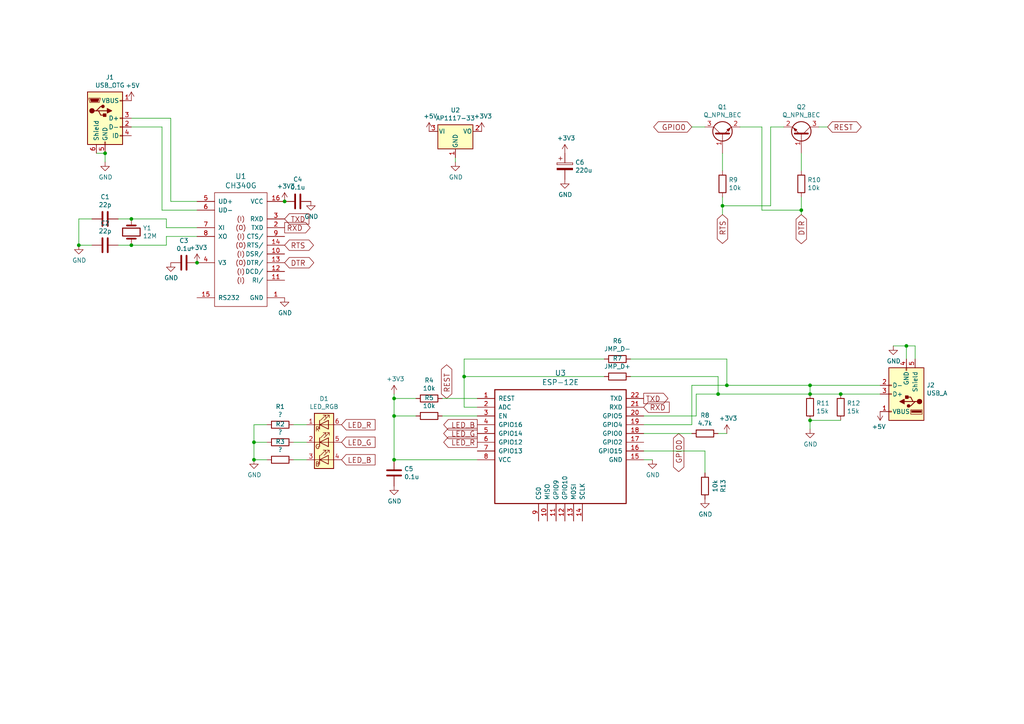
<source format=kicad_sch>
(kicad_sch (version 20230121) (generator eeschema)
  (paper "A4")
  (lib_symbols
    (symbol "gdt-rescue:+3V3" (power) (pin_names (offset 0))
      (property "Value" "+3V3" (at 0 3.556 0))
      (symbol "+3V3_0_1"
        (polyline (pts (xy -0.762 1.27) (xy 0 2.54)))
        (polyline (pts (xy 0 0) (xy 0 2.54)))
        (polyline (pts (xy 0 2.54) (xy 0.762 1.27)))
      )
      (symbol "+3V3_1_1"
        (pin power_in line (at 0 0 90) (length 0) hide (name "+3V3") (number "1"))
      )
    )
    (symbol "gdt-rescue:+5V" (power) (pin_names (offset 0))
      (property "Value" "+5V" (at 0 3.556 0))
      (symbol "+5V_0_1"
        (polyline (pts (xy -0.762 1.27) (xy 0 2.54)))
        (polyline (pts (xy 0 0) (xy 0 2.54)))
        (polyline (pts (xy 0 2.54) (xy 0.762 1.27)))
      )
      (symbol "+5V_1_1"
        (pin power_in line (at 0 0 90) (length 0) hide (name "+5V") (number "1"))
      )
    )
    (symbol "gdt-rescue:AP1117-33" (pin_names (offset 0.254))
      (property "Reference" "U" (at -3.81 3.175 0))
      (property "Value" "AP1117-33" (at 0 3.175 0))
      (symbol "AP1117-33_0_1"
        (rectangle (start -5.08 -5.08) (end 5.08 1.905) (stroke (width 0.254)) (fill (type background)))
      )
      (symbol "AP1117-33_1_1"
        (pin power_in line (at 0 -7.62 90) (length 2.54) (name "GND") (number "1"))
        (pin passive line (at 7.62 0 180) (length 2.54) (name "VO") (number "2"))
        (pin power_in line (at -7.62 0 0) (length 2.54) (name "VI") (number "3"))
      )
    )
    (symbol "gdt-rescue:C" (pin_numbers hide) (pin_names (offset 0.254))
      (property "Reference" "C" (at 0.635 2.54 0))
      (property "Value" "C" (at 0.635 -2.54 0))
      (symbol "C_0_1"
        (polyline (pts (xy -2.032 -0.762) (xy 2.032 -0.762)) (stroke (width 0.508)))
        (polyline (pts (xy -2.032 0.762) (xy 2.032 0.762)) (stroke (width 0.508)))
      )
      (symbol "C_1_1"
        (pin passive line (at 0 3.81 270) (length 2.794) (name "~") (number "1"))
        (pin passive line (at 0 -3.81 90) (length 2.794) (name "~") (number "2"))
      )
    )
    (symbol "gdt-rescue:CH340G" (pin_names (offset 1.016))
      (property "Reference" "U" (at 0 -16.51 0))
      (property "Value" "CH340G" (at 0 19.05 0))
      (symbol "CH340G_0_0"
        (rectangle (start -7.62 17.78) (end 7.62 -15.24))
        (text "(I)" (at 0 -7.62 0) (effects (font (size 1.27 1.27))))
        (text "(I)" (at 0 -5.08 0) (effects (font (size 1.27 1.27))))
        (text "(I)" (at 0 0 0) (effects (font (size 1.27 1.27))))
        (text "(I)" (at 0 5.08 0) (effects (font (size 1.27 1.27))))
        (text "(I)" (at 0 10.16 0) (effects (font (size 1.27 1.27))))
        (text "(O)" (at 0 -2.54 0) (effects (font (size 1.27 1.27))))
        (text "(O)" (at 0 2.54 0) (effects (font (size 1.27 1.27))))
        (text "(O)" (at 0 7.62 0) (effects (font (size 1.27 1.27))))
      )
      (symbol "CH340G_1_1"
        (pin power_in line (at 12.7 -12.7 180) (length 5.08) (name "GND") (number "1"))
        (pin input line (at 12.7 0 180) (length 5.08) (name "DSR/") (number "10"))
        (pin input line (at 12.7 -7.62 180) (length 5.08) (name "RI/") (number "11"))
        (pin input line (at 12.7 -5.08 180) (length 5.08) (name "DCD/") (number "12"))
        (pin output line (at 12.7 -2.54 180) (length 5.08) (name "DTR/") (number "13"))
        (pin output line (at 12.7 2.54 180) (length 5.08) (name "RTS/") (number "14"))
        (pin input line (at -12.7 -12.7 0) (length 5.08) (name "RS232") (number "15"))
        (pin power_in line (at 12.7 15.24 180) (length 5.08) (name "VCC") (number "16"))
        (pin output line (at 12.7 7.62 180) (length 5.08) (name "TXD") (number "2"))
        (pin input line (at 12.7 10.16 180) (length 5.08) (name "RXD") (number "3"))
        (pin power_out line (at -12.7 -2.54 0) (length 5.08) (name "V3") (number "4"))
        (pin bidirectional line (at -12.7 15.24 0) (length 5.08) (name "UD+") (number "5"))
        (pin bidirectional line (at -12.7 12.7 0) (length 5.08) (name "UD-") (number "6"))
        (pin input line (at -12.7 7.62 0) (length 5.08) (name "XI") (number "7"))
        (pin output line (at -12.7 5.08 0) (length 5.08) (name "XO") (number "8"))
        (pin input line (at 12.7 5.08 180) (length 5.08) (name "CTS/") (number "9"))
      )
    )
    (symbol "gdt-rescue:CP" (pin_numbers hide) (pin_names (offset 0.254))
      (property "Reference" "C" (at 0.635 2.54 0))
      (property "Value" "CP" (at 0.635 -2.54 0))
      (symbol "CP_0_1"
        (rectangle (start -2.286 0.508) (end -2.286 1.016))
        (rectangle (start -2.286 0.508) (end 2.286 0.508))
        (polyline (pts (xy -1.778 2.286) (xy -0.762 2.286)))
        (polyline (pts (xy -1.27 2.794) (xy -1.27 1.778)))
        (rectangle (start 2.286 -0.508) (end -2.286 -1.016) (fill (type outline)))
        (rectangle (start 2.286 1.016) (end -2.286 1.016))
        (rectangle (start 2.286 1.016) (end 2.286 0.508))
      )
      (symbol "CP_1_1"
        (pin passive line (at 0 3.81 270) (length 2.794) (name "~") (number "1"))
        (pin passive line (at 0 -3.81 90) (length 2.794) (name "~") (number "2"))
      )
    )
    (symbol "gdt-rescue:Crystal" (pin_numbers hide) (pin_names (offset 1.016) hide)
      (property "Reference" "Y" (at 0 3.81 0))
      (property "Value" "Crystal" (at 0 -3.81 0))
      (symbol "Crystal_0_1"
        (rectangle (start -1.143 2.54) (end 1.143 -2.54) (stroke (width 0.3048)))
        (polyline (pts (xy -2.54 0) (xy -1.905 0)))
        (polyline (pts (xy -1.905 -1.27) (xy -1.905 1.27)) (stroke (width 0.508)))
        (polyline (pts (xy 1.905 -1.27) (xy 1.905 1.27)) (stroke (width 0.508)))
        (polyline (pts (xy 2.54 0) (xy 1.905 0)))
      )
      (symbol "Crystal_1_1"
        (pin passive line (at -3.81 0 0) (length 1.27) (name "1") (number "1"))
        (pin passive line (at 3.81 0 180) (length 1.27) (name "2") (number "2"))
      )
    )
    (symbol "gdt-rescue:ESP-12E" (pin_names (offset 1.016))
      (property "Reference" "U" (at 5.08 6.35 0))
      (property "Value" "ESP-12E" (at 5.08 3.81 0))
      (symbol "ESP-12E_1_1"
        (rectangle (start 5.08 2.54) (end 43.18 -30.48) (stroke (width 0.3048)))
        (pin input line (at 0 0 0) (length 5.08) (name "REST") (number "1"))
        (pin bidirectional line (at 20.32 -35.56 90) (length 5.08) (name "MISO") (number "10"))
        (pin bidirectional line (at 22.86 -35.56 90) (length 5.08) (name "GPIO9") (number "11"))
        (pin bidirectional line (at 25.4 -35.56 90) (length 5.08) (name "GPIO10") (number "12"))
        (pin bidirectional line (at 27.94 -35.56 90) (length 5.08) (name "MOSI") (number "13"))
        (pin bidirectional line (at 30.48 -35.56 90) (length 5.08) (name "SCLK") (number "14"))
        (pin power_in line (at 48.26 -17.78 180) (length 5.08) (name "GND") (number "15"))
        (pin bidirectional line (at 48.26 -15.24 180) (length 5.08) (name "GPIO15") (number "16"))
        (pin bidirectional line (at 48.26 -12.7 180) (length 5.08) (name "GPIO2") (number "17"))
        (pin bidirectional line (at 48.26 -10.16 180) (length 5.08) (name "GPIO0") (number "18"))
        (pin bidirectional line (at 48.26 -7.62 180) (length 5.08) (name "GPIO4") (number "19"))
        (pin passive line (at 0 -2.54 0) (length 5.08) (name "ADC") (number "2"))
        (pin bidirectional line (at 48.26 -5.08 180) (length 5.08) (name "GPIO5") (number "20"))
        (pin input line (at 48.26 -2.54 180) (length 5.08) (name "RXD") (number "21"))
        (pin output line (at 48.26 0 180) (length 5.08) (name "TXD") (number "22"))
        (pin input line (at 0 -5.08 0) (length 5.08) (name "EN") (number "3"))
        (pin bidirectional line (at 0 -7.62 0) (length 5.08) (name "GPIO16") (number "4"))
        (pin bidirectional line (at 0 -10.16 0) (length 5.08) (name "GPIO14") (number "5"))
        (pin bidirectional line (at 0 -12.7 0) (length 5.08) (name "GPIO12") (number "6"))
        (pin bidirectional line (at 0 -15.24 0) (length 5.08) (name "GPIO13") (number "7"))
        (pin power_in line (at 0 -17.78 0) (length 5.08) (name "VCC") (number "8"))
        (pin bidirectional line (at 17.78 -35.56 90) (length 5.08) (name "CS0") (number "9"))
      )
    )
    (symbol "gdt-rescue:GND" (power) (pin_names (offset 0))
      (property "Value" "GND" (at 0 -3.81 0))
      (symbol "GND_0_1"
        (polyline (pts (xy 0 0) (xy 0 -1.27) (xy 1.27 -1.27) (xy 0 -2.54) (xy -1.27 -1.27) (xy 0 -1.27)))
      )
      (symbol "GND_1_1"
        (pin power_in line (at 0 0 270) (length 0) hide (name "GND") (number "1"))
      )
    )
    (symbol "gdt-rescue:LED_RGB" (pin_names (offset 0) hide)
      (property "Reference" "D" (at 0 9.398 0))
      (property "Value" "LED_RGB" (at 0 -8.89 0))
      (symbol "LED_RGB_0_0"
        (text "B" (at -1.905 -6.35 0) (effects (font (size 1.27 1.27))))
        (text "G" (at -1.905 -1.27 0) (effects (font (size 1.27 1.27))))
        (text "R" (at -1.905 3.81 0) (effects (font (size 1.27 1.27))))
      )
      (symbol "LED_RGB_0_1"
        (polyline (pts (xy -1.27 -5.08) (xy -2.54 -5.08)))
        (polyline (pts (xy -1.27 -5.08) (xy 1.27 -5.08)))
        (polyline (pts (xy -1.27 -3.81) (xy -1.27 -6.35)))
        (polyline (pts (xy -1.27 -3.81) (xy -1.27 -6.35)) (stroke (width 0.2032)))
        (polyline (pts (xy -1.27 0) (xy -2.54 0)))
        (polyline (pts (xy -1.27 1.27) (xy -1.27 -1.27)) (stroke (width 0.2032)))
        (polyline (pts (xy -1.27 5.08) (xy -2.54 5.08)))
        (polyline (pts (xy -1.27 5.08) (xy 1.27 5.08)))
        (polyline (pts (xy -1.27 6.35) (xy -1.27 3.81)) (stroke (width 0.2032)))
        (polyline (pts (xy 1.27 -5.08) (xy 2.54 -5.08)))
        (polyline (pts (xy 1.27 0) (xy -1.27 0)))
        (polyline (pts (xy 1.27 0) (xy 2.54 0)))
        (polyline (pts (xy 1.27 5.08) (xy 2.54 5.08)))
        (polyline (pts (xy -1.27 1.27) (xy -1.27 -1.27) (xy -1.27 -1.27)))
        (polyline (pts (xy -1.27 6.35) (xy -1.27 3.81) (xy -1.27 3.81)))
        (polyline (pts (xy 1.27 -3.81) (xy 1.27 -6.35) (xy -1.27 -5.08) (xy 1.27 -3.81)) (stroke (width 0.2032)))
        (polyline (pts (xy 1.27 1.27) (xy 1.27 -1.27) (xy -1.27 0) (xy 1.27 1.27)) (stroke (width 0.2032)))
        (polyline (pts (xy 1.27 6.35) (xy 1.27 3.81) (xy -1.27 5.08) (xy 1.27 6.35)) (stroke (width 0.2032)))
        (polyline (pts (xy -1.016 -3.81) (xy 0.508 -2.286) (xy -0.254 -2.286) (xy 0.508 -2.286) (xy 0.508 -3.048)))
        (polyline (pts (xy -1.016 1.27) (xy 0.508 2.794) (xy -0.254 2.794) (xy 0.508 2.794) (xy 0.508 2.032)))
        (polyline (pts (xy -1.016 6.35) (xy 0.508 7.874) (xy -0.254 7.874) (xy 0.508 7.874) (xy 0.508 7.112)))
        (polyline (pts (xy 0 -3.81) (xy 1.524 -2.286) (xy 0.762 -2.286) (xy 1.524 -2.286) (xy 1.524 -3.048)))
        (polyline (pts (xy 0 1.27) (xy 1.524 2.794) (xy 0.762 2.794) (xy 1.524 2.794) (xy 1.524 2.032)))
        (polyline (pts (xy 0 6.35) (xy 1.524 7.874) (xy 0.762 7.874) (xy 1.524 7.874) (xy 1.524 7.112)))
        (rectangle (start 1.27 -1.27) (end 1.27 1.27))
        (rectangle (start 1.27 1.27) (end 1.27 1.27))
        (rectangle (start 1.27 3.81) (end 1.27 6.35))
        (rectangle (start 1.27 6.35) (end 1.27 6.35))
        (rectangle (start 2.794 8.382) (end -2.794 -7.62) (stroke (width 0.254)) (fill (type background)))
      )
      (symbol "LED_RGB_1_1"
        (pin passive line (at -5.08 5.08 0) (length 2.54) (name "RK") (number "1"))
        (pin passive line (at -5.08 0 0) (length 2.54) (name "GK") (number "2"))
        (pin passive line (at -5.08 -5.08 0) (length 2.54) (name "BK") (number "3"))
        (pin passive line (at 5.08 -5.08 180) (length 2.54) (name "BA") (number "4"))
        (pin passive line (at 5.08 0 180) (length 2.54) (name "GA") (number "5"))
        (pin passive line (at 5.08 5.08 180) (length 2.54) (name "RA") (number "6"))
      )
    )
    (symbol "gdt-rescue:Q_NPN_BEC" (pin_names (offset 0) hide)
      (property "Reference" "Q" (at 5.08 1.27 0))
      (property "Value" "Q_NPN_BEC" (at 5.08 -1.27 0))
      (symbol "Q_NPN_BEC_0_1"
        (polyline (pts (xy 0.635 0.635) (xy 2.54 2.54)))
        (polyline (pts (xy 0.635 -0.635) (xy 2.54 -2.54) (xy 2.54 -2.54)))
        (polyline (pts (xy 0.635 1.905) (xy 0.635 -1.905) (xy 0.635 -1.905)) (stroke (width 0.508)))
        (polyline (pts (xy 1.27 -1.778) (xy 1.778 -1.27) (xy 2.286 -2.286) (xy 1.27 -1.778) (xy 1.27 -1.778)) (fill (type outline)))
        (circle (center 1.27 0) (radius 2.8194) (stroke (width 0.254)))
      )
      (symbol "Q_NPN_BEC_1_1"
        (pin input line (at -5.08 0 0) (length 5.715) (name "B") (number "1"))
        (pin passive line (at 2.54 -5.08 90) (length 2.54) (name "E") (number "2"))
        (pin passive line (at 2.54 5.08 270) (length 2.54) (name "C") (number "3"))
      )
    )
    (symbol "gdt-rescue:R" (pin_numbers hide) (pin_names (offset 0))
      (property "Reference" "R" (at 2.032 0 90))
      (property "Value" "R" (at 0 0 90))
      (symbol "R_0_1"
        (rectangle (start -1.016 -2.54) (end 1.016 2.54) (stroke (width 0.254)))
      )
      (symbol "R_1_1"
        (pin passive line (at 0 3.81 270) (length 1.27) (name "~") (number "1"))
        (pin passive line (at 0 -3.81 90) (length 1.27) (name "~") (number "2"))
      )
    )
    (symbol "gdt-rescue:USB_A" (pin_names (offset 1.016))
      (property "Reference" "J" (at -5.08 11.43 0))
      (property "Value" "USB_A" (at -5.08 8.89 0))
      (symbol "USB_A_0_1"
        (rectangle (start -5.08 -7.62) (end 5.08 7.62) (stroke (width 0.254)) (fill (type background)))
        (circle (center -3.81 2.159) (radius 0.635) (stroke (width 0.254)) (fill (type outline)))
        (rectangle (start -1.524 4.826) (end -4.318 5.334) (fill (type outline)))
        (rectangle (start -1.27 4.572) (end -4.572 5.842))
        (circle (center -0.635 3.429) (radius 0.381) (stroke (width 0.254)) (fill (type outline)))
        (rectangle (start -0.127 -7.62) (end 0.127 -6.858))
        (polyline (pts (xy -3.175 2.159) (xy -2.54 2.159) (xy -1.27 3.429) (xy -0.635 3.429)) (stroke (width 0.254)))
        (polyline (pts (xy -2.54 2.159) (xy -1.905 2.159) (xy -1.27 0.889) (xy 0 0.889)) (stroke (width 0.254)))
        (polyline (pts (xy 0.635 2.794) (xy 0.635 1.524) (xy 1.905 2.159) (xy 0.635 2.794)) (stroke (width 0.254)) (fill (type outline)))
        (rectangle (start 0.254 1.27) (end -0.508 0.508) (stroke (width 0.254)) (fill (type outline)))
        (rectangle (start 5.08 -2.667) (end 4.318 -2.413))
        (rectangle (start 5.08 -0.127) (end 4.318 0.127))
        (rectangle (start 5.08 4.953) (end 4.318 5.207))
      )
      (symbol "USB_A_1_1"
        (polyline (pts (xy -1.905 2.159) (xy 0.635 2.159)) (stroke (width 0.254)))
        (pin power_in line (at 7.62 5.08 180) (length 2.54) (name "VBUS") (number "1"))
        (pin passive line (at 7.62 -2.54 180) (length 2.54) (name "D-") (number "2"))
        (pin passive line (at 7.62 0 180) (length 2.54) (name "D+") (number "3"))
        (pin power_in line (at 0 -10.16 90) (length 2.54) (name "GND") (number "4"))
        (pin passive line (at -2.54 -10.16 90) (length 2.54) (name "Shield") (number "5"))
      )
    )
    (symbol "gdt-rescue:USB_OTG" (pin_names (offset 1.016))
      (property "Reference" "J" (at -5.08 11.43 0))
      (property "Value" "USB_OTG" (at -5.08 8.89 0))
      (symbol "USB_OTG_0_1"
        (rectangle (start -5.08 -7.62) (end 5.08 7.62) (stroke (width 0.254)) (fill (type background)))
        (circle (center -3.81 2.159) (radius 0.635) (stroke (width 0.254)) (fill (type outline)))
        (circle (center -0.635 3.429) (radius 0.381) (stroke (width 0.254)) (fill (type outline)))
        (rectangle (start -0.127 -7.62) (end 0.127 -6.858))
        (polyline (pts (xy -1.905 2.159) (xy 0.635 2.159)) (stroke (width 0.254)))
        (polyline (pts (xy -3.175 2.159) (xy -2.54 2.159) (xy -1.27 3.429) (xy -0.635 3.429)) (stroke (width 0.254)))
        (polyline (pts (xy -2.54 2.159) (xy -1.905 2.159) (xy -1.27 0.889) (xy 0 0.889)) (stroke (width 0.254)))
        (polyline (pts (xy 0.635 2.794) (xy 0.635 1.524) (xy 1.905 2.159) (xy 0.635 2.794)) (stroke (width 0.254)) (fill (type outline)))
        (polyline (pts (xy -4.318 5.588) (xy -1.778 5.588) (xy -2.032 4.826) (xy -4.064 4.826) (xy -4.318 5.588)) (fill (type outline)))
        (polyline (pts (xy -4.699 5.842) (xy -4.699 5.588) (xy -4.445 4.826) (xy -4.445 4.572) (xy -1.651 4.572) (xy -1.651 4.826) (xy -1.397 5.588) (xy -1.397 5.842) (xy -4.699 5.842)))
        (rectangle (start 0.254 1.27) (end -0.508 0.508) (stroke (width 0.254)) (fill (type outline)))
        (rectangle (start 5.08 -5.207) (end 4.318 -4.953))
        (rectangle (start 5.08 -2.667) (end 4.318 -2.413))
        (rectangle (start 5.08 -0.127) (end 4.318 0.127))
        (rectangle (start 5.08 4.953) (end 4.318 5.207))
      )
      (symbol "USB_OTG_1_1"
        (pin power_in line (at 7.62 5.08 180) (length 2.54) (name "VBUS") (number "1"))
        (pin passive line (at 7.62 -2.54 180) (length 2.54) (name "D-") (number "2"))
        (pin passive line (at 7.62 0 180) (length 2.54) (name "D+") (number "3"))
        (pin passive line (at 7.62 -5.08 180) (length 2.54) (name "ID") (number "4"))
        (pin power_in line (at 0 -10.16 90) (length 2.54) (name "GND") (number "5"))
        (pin passive line (at -2.54 -10.16 90) (length 2.54) (name "Shield") (number "6"))
      )
    )
  )
  (junction (at 38.1 71.12))
  (junction (at 73.66 133.35))
  (junction (at 234.95 114.3))
  (junction (at 243.84 114.3))
  (junction (at 82.55 58.42))
  (junction (at 234.95 111.76))
  (junction (at 114.3 115.57))
  (junction (at 57.15 76.2))
  (junction (at 232.41 60.96))
  (junction (at 134.62 109.22))
  (junction (at 38.1 63.5))
  (junction (at 22.86 71.12))
  (junction (at 73.66 128.27))
  (junction (at 209.55 59.69))
  (junction (at 208.28 114.3))
  (junction (at 114.3 120.65))
  (junction (at 30.48 44.45))
  (junction (at 114.3 133.35))
  (junction (at 262.89 100.33))
  (junction (at 234.95 121.92))
  (junction (at 210.82 111.76))
  (wire (pts (xy 49.53 34.29) (xy 38.1 34.29)))
  (wire (pts (xy 237.49 36.83) (xy 240.03 36.83)))
  (wire (pts (xy 22.86 71.12) (xy 22.86 63.5)))
  (wire (pts (xy 120.65 115.57) (xy 114.3 115.57)))
  (wire (pts (xy 48.26 66.04) (xy 48.26 63.5)))
  (wire (pts (xy 38.1 71.12) (xy 48.26 71.12)))
  (wire (pts (xy 30.48 46.99) (xy 30.48 44.45)))
  (wire (pts (xy 88.9 128.27) (xy 85.09 128.27)))
  (wire (pts (xy 186.69 125.73) (xy 200.66 125.73)))
  (wire (pts (xy 223.52 36.83) (xy 223.52 59.69)))
  (wire (pts (xy 175.26 104.14) (xy 134.62 104.14)))
  (wire (pts (xy 232.41 57.15) (xy 232.41 60.96)))
  (wire (pts (xy 220.98 36.83) (xy 220.98 60.96)))
  (wire (pts (xy 182.88 104.14) (xy 210.82 104.14)))
  (wire (pts (xy 22.86 63.5) (xy 26.67 63.5)))
  (wire (pts (xy 234.95 111.76) (xy 255.27 111.76)))
  (wire (pts (xy 138.43 115.57) (xy 128.27 115.57)))
  (wire (pts (xy 223.52 59.69) (xy 209.55 59.69)))
  (wire (pts (xy 262.89 104.14) (xy 262.89 100.33)))
  (wire (pts (xy 201.93 120.65) (xy 186.69 120.65)))
  (wire (pts (xy 186.69 133.35) (xy 189.23 133.35)))
  (wire (pts (xy 73.66 133.35) (xy 77.47 133.35)))
  (wire (pts (xy 232.41 60.96) (xy 232.41 62.23)))
  (wire (pts (xy 48.26 71.12) (xy 48.26 68.58)))
  (wire (pts (xy 234.95 111.76) (xy 234.95 114.3)))
  (wire (pts (xy 227.33 36.83) (xy 223.52 36.83)))
  (wire (pts (xy 114.3 120.65) (xy 120.65 120.65)))
  (wire (pts (xy 77.47 123.19) (xy 73.66 123.19)))
  (wire (pts (xy 265.43 100.33) (xy 265.43 104.14)))
  (wire (pts (xy 209.55 59.69) (xy 209.55 62.23)))
  (wire (pts (xy 46.99 60.96) (xy 46.99 36.83)))
  (wire (pts (xy 201.93 114.3) (xy 201.93 120.65)))
  (wire (pts (xy 114.3 120.65) (xy 114.3 133.35)))
  (wire (pts (xy 57.15 60.96) (xy 46.99 60.96)))
  (wire (pts (xy 57.15 66.04) (xy 48.26 66.04)))
  (wire (pts (xy 204.47 137.16) (xy 204.47 130.81)))
  (wire (pts (xy 208.28 114.3) (xy 234.95 114.3)))
  (wire (pts (xy 234.95 124.46) (xy 234.95 121.92)))
  (wire (pts (xy 85.09 123.19) (xy 88.9 123.19)))
  (wire (pts (xy 208.28 109.22) (xy 208.28 114.3)))
  (wire (pts (xy 200.66 111.76) (xy 210.82 111.76)))
  (wire (pts (xy 22.86 71.12) (xy 26.67 71.12)))
  (wire (pts (xy 201.93 114.3) (xy 208.28 114.3)))
  (wire (pts (xy 114.3 115.57) (xy 114.3 120.65)))
  (wire (pts (xy 182.88 109.22) (xy 208.28 109.22)))
  (wire (pts (xy 46.99 36.83) (xy 38.1 36.83)))
  (wire (pts (xy 259.08 100.33) (xy 262.89 100.33)))
  (wire (pts (xy 220.98 60.96) (xy 232.41 60.96)))
  (wire (pts (xy 85.09 133.35) (xy 88.9 133.35)))
  (wire (pts (xy 214.63 36.83) (xy 220.98 36.83)))
  (wire (pts (xy 73.66 128.27) (xy 73.66 133.35)))
  (wire (pts (xy 209.55 57.15) (xy 209.55 59.69)))
  (wire (pts (xy 48.26 68.58) (xy 57.15 68.58)))
  (wire (pts (xy 114.3 133.35) (xy 138.43 133.35)))
  (wire (pts (xy 134.62 109.22) (xy 175.26 109.22)))
  (wire (pts (xy 243.84 114.3) (xy 255.27 114.3)))
  (wire (pts (xy 134.62 118.11) (xy 138.43 118.11)))
  (wire (pts (xy 30.48 44.45) (xy 27.94 44.45)))
  (wire (pts (xy 77.47 128.27) (xy 73.66 128.27)))
  (wire (pts (xy 200.66 36.83) (xy 204.47 36.83)))
  (wire (pts (xy 48.26 63.5) (xy 38.1 63.5)))
  (wire (pts (xy 208.28 125.73) (xy 210.82 125.73)))
  (wire (pts (xy 204.47 130.81) (xy 186.69 130.81)))
  (wire (pts (xy 34.29 71.12) (xy 38.1 71.12)))
  (wire (pts (xy 138.43 120.65) (xy 128.27 120.65)))
  (wire (pts (xy 262.89 100.33) (xy 265.43 100.33)))
  (wire (pts (xy 200.66 111.76) (xy 200.66 123.19)))
  (wire (pts (xy 134.62 104.14) (xy 134.62 109.22)))
  (wire (pts (xy 234.95 114.3) (xy 243.84 114.3)))
  (wire (pts (xy 210.82 111.76) (xy 234.95 111.76)))
  (wire (pts (xy 210.82 104.14) (xy 210.82 111.76)))
  (wire (pts (xy 200.66 123.19) (xy 186.69 123.19)))
  (wire (pts (xy 132.08 45.72) (xy 132.08 46.99)))
  (wire (pts (xy 49.53 58.42) (xy 49.53 34.29)))
  (wire (pts (xy 232.41 49.53) (xy 232.41 44.45)))
  (wire (pts (xy 73.66 123.19) (xy 73.66 128.27)))
  (wire (pts (xy 114.3 114.3) (xy 114.3 115.57)))
  (wire (pts (xy 209.55 44.45) (xy 209.55 49.53)))
  (wire (pts (xy 234.95 121.92) (xy 243.84 121.92)))
  (wire (pts (xy 134.62 109.22) (xy 134.62 118.11)))
  (wire (pts (xy 38.1 63.5) (xy 34.29 63.5)))
  (wire (pts (xy 57.15 58.42) (xy 49.53 58.42)))
  (global_label "REST" (shape bidirectional) (at 129.54 115.57 90) (effects (font (size 1.524 1.524))) (property "Intersheetrefs" "${INTERSHEET_REFS}" (effects hide)))
  (global_label "RTS" (shape bidirectional) (at 82.55 71.12 0) (effects (font (size 1.524 1.524))) (property "Intersheetrefs" "${INTERSHEET_REFS}" (effects hide)))
  (global_label "RXD" (shape input) (at 186.69 118.11 0) (effects (font (size 1.524 1.524))) (property "Intersheetrefs" "${INTERSHEET_REFS}" (effects hide)))
  (global_label "GPIO0" (shape bidirectional) (at 200.66 36.83 180) (effects (font (size 1.524 1.524))) (property "Intersheetrefs" "${INTERSHEET_REFS}" (effects hide)))
  (global_label "RXD" (shape output) (at 82.55 66.04 0) (effects (font (size 1.524 1.524))) (property "Intersheetrefs" "${INTERSHEET_REFS}" (effects hide)))
  (global_label "LED_B" (shape output) (at 138.43 123.19 180) (effects (font (size 1.524 1.524))) (property "Intersheetrefs" "${INTERSHEET_REFS}" (effects hide)))
  (global_label "TXD" (shape input) (at 82.55 63.5 0) (effects (font (size 1.524 1.524))) (property "Intersheetrefs" "${INTERSHEET_REFS}" (effects hide)))
  (global_label "DTR" (shape bidirectional) (at 232.41 62.23 270) (effects (font (size 1.524 1.524))) (property "Intersheetrefs" "${INTERSHEET_REFS}" (effects hide)))
  (global_label "LED_B" (shape input) (at 99.06 133.35 0) (effects (font (size 1.524 1.524))) (property "Intersheetrefs" "${INTERSHEET_REFS}" (effects hide)))
  (global_label "REST" (shape bidirectional) (at 240.03 36.83 0) (effects (font (size 1.524 1.524))) (property "Intersheetrefs" "${INTERSHEET_REFS}" (effects hide)))
  (global_label "GPIO0" (shape bidirectional) (at 196.85 125.73 270) (effects (font (size 1.524 1.524))) (property "Intersheetrefs" "${INTERSHEET_REFS}" (effects hide)))
  (global_label "RTS" (shape bidirectional) (at 209.55 62.23 270) (effects (font (size 1.524 1.524))) (property "Intersheetrefs" "${INTERSHEET_REFS}" (effects hide)))
  (global_label "LED_G" (shape output) (at 138.43 125.73 180) (effects (font (size 1.524 1.524))) (property "Intersheetrefs" "${INTERSHEET_REFS}" (effects hide)))
  (global_label "DTR" (shape bidirectional) (at 82.55 76.2 0) (effects (font (size 1.524 1.524))) (property "Intersheetrefs" "${INTERSHEET_REFS}" (effects hide)))
  (global_label "LED_R" (shape input) (at 99.06 123.19 0) (effects (font (size 1.524 1.524))) (property "Intersheetrefs" "${INTERSHEET_REFS}" (effects hide)))
  (global_label "LED_G" (shape input) (at 99.06 128.27 0) (effects (font (size 1.524 1.524))) (property "Intersheetrefs" "${INTERSHEET_REFS}" (effects hide)))
  (global_label "LED_R" (shape output) (at 138.43 128.27 180) (effects (font (size 1.524 1.524))) (property "Intersheetrefs" "${INTERSHEET_REFS}" (effects hide)))
  (global_label "TXD" (shape output) (at 186.69 115.57 0) (effects (font (size 1.524 1.524))) (property "Intersheetrefs" "${INTERSHEET_REFS}" (effects hide)))
  (symbol (lib_id "gdt-rescue:CH340G") (at 69.85 73.66 0) (unit 1)
    (property "Reference" "U1" (at 69.85 51.1302 0) (effects (font (size 1.524 1.524))))
    (property "Value" "CH340G" (at 69.85 53.8226 0) (effects (font (size 1.524 1.524))))
    (property "Footprint" "adamgreig/agg-kicad/agg.pretty:SOIC-16" (effects hide))
  )
  (symbol (lib_id "gdt-rescue:ESP-12E") (at 138.43 115.57 0) (unit 1)
    (property "Reference" "U3" (at 162.56 108.204 0) (effects (font (size 1.524 1.524))))
    (property "Value" "ESP-12E" (at 162.56 110.8964 0) (effects (font (size 1.524 1.524))))
    (property "Footprint" "fruchti/fruchtilib/mod/module.pretty:ESP12E" (effects hide))
  )
  (symbol (lib_id "gdt-rescue:AP1117-33") (at 132.08 38.1 0) (unit 1)
    (property "Reference" "U2" (at 132.08 31.9532 0))
    (property "Value" "AP1117-33" (at 132.08 34.2646 0))
    (property "Footprint" "OLIMEX/KiCAD/KiCAD_Footprints/OLIMEX_Regulators-FP.pretty:SOT223" (effects hide))
  )
  (symbol (lib_id "gdt-rescue:USB_OTG") (at 30.48 34.29 0) (unit 1)
    (property "Reference" "J1" (at 31.877 22.4282 0))
    (property "Value" "USB_OTG" (at 31.877 24.7396 0))
    (property "Footprint" "coddingtonbear/coddingtonbear.pretty:UJ2-MIBH-4-SMT" (effects hide))
  )
  (symbol (lib_id "gdt-rescue:USB_A") (at 262.89 114.3 180) (unit 1)
    (property "Reference" "J2" (at 268.732 111.7092 0) (effects (justify right)))
    (property "Value" "USB_A" (at 268.732 114.0206 0) (effects (justify right)))
    (property "Footprint" "johslarsen/Connectors.pretty:USB_A_Female" (effects hide))
  )
  (symbol (lib_id "gdt-rescue:GND") (at 189.23 133.35 0) (unit 1)
    (property "Reference" "#PWR01" (effects hide))
    (property "Value" "GND" (at 189.357 137.7442 0))
  )
  (symbol (lib_id "gdt-rescue:GND") (at 259.08 100.33 0) (unit 1)
    (property "Reference" "#PWR02" (effects hide))
    (property "Value" "GND" (at 259.207 104.7242 0))
  )
  (symbol (lib_id "gdt-rescue:+5V") (at 124.46 38.1 0) (unit 1)
    (property "Reference" "#PWR03" (effects hide))
    (property "Value" "+5V" (at 124.841 33.7058 0))
  )
  (symbol (lib_id "gdt-rescue:+5V") (at 255.27 119.38 180) (unit 1)
    (property "Reference" "#PWR04" (effects hide))
    (property "Value" "+5V" (at 254.889 123.7742 0))
  )
  (symbol (lib_id "gdt-rescue:GND") (at 30.48 46.99 0) (unit 1)
    (property "Reference" "#PWR05" (effects hide))
    (property "Value" "GND" (at 30.607 51.3842 0))
  )
  (symbol (lib_id "gdt-rescue:GND") (at 132.08 46.99 0) (unit 1)
    (property "Reference" "#PWR06" (effects hide))
    (property "Value" "GND" (at 132.207 51.3842 0))
  )
  (symbol (lib_id "gdt-rescue:+3V3") (at 139.7 38.1 0) (unit 1)
    (property "Reference" "#PWR07" (effects hide))
    (property "Value" "+3V3" (at 140.081 33.7058 0))
  )
  (symbol (lib_id "gdt-rescue:Q_NPN_BEC") (at 209.55 39.37 90) (unit 1)
    (property "Reference" "Q1" (at 209.55 31.0388 90))
    (property "Value" "Q_NPN_BEC" (at 209.55 33.3502 90))
    (property "Footprint" "KiCad/TO_SOT_Packages_SMD.pretty:SOT-23_Handsoldering" (effects hide))
  )
  (symbol (lib_id "gdt-rescue:Q_NPN_BEC") (at 232.41 39.37 270) (mirror x) (unit 1)
    (property "Reference" "Q2" (at 232.41 31.0388 90))
    (property "Value" "Q_NPN_BEC" (at 232.41 33.3502 90))
    (property "Footprint" "KiCad/TO_SOT_Packages_SMD.pretty:SOT-23_Handsoldering" (effects hide))
  )
  (symbol (lib_id "gdt-rescue:R") (at 209.55 53.34 0) (unit 1)
    (property "Reference" "R9" (at 211.328 52.1716 0) (effects (justify left)))
    (property "Value" "10k" (at 211.328 54.483 0) (effects (justify left)))
    (property "Footprint" "coddingtonbear/coddingtonbear.pretty:0805_Milling" (effects hide))
  )
  (symbol (lib_id "gdt-rescue:R") (at 232.41 53.34 0) (unit 1)
    (property "Reference" "R10" (at 234.188 52.1716 0) (effects (justify left)))
    (property "Value" "10k" (at 234.188 54.483 0) (effects (justify left)))
    (property "Footprint" "coddingtonbear/coddingtonbear.pretty:0805_Milling" (effects hide))
  )
  (symbol (lib_id "gdt-rescue:R") (at 204.47 125.73 270) (unit 1)
    (property "Reference" "R8" (at 204.47 120.4722 90))
    (property "Value" "4.7k" (at 204.47 122.7836 90))
    (property "Footprint" "coddingtonbear/coddingtonbear.pretty:0805_Milling" (effects hide))
  )
  (symbol (lib_id "gdt-rescue:+3V3") (at 210.82 125.73 0) (unit 1)
    (property "Reference" "#PWR08" (effects hide))
    (property "Value" "+3V3" (at 211.201 121.3358 0))
  )
  (symbol (lib_id "gdt-rescue:+3V3") (at 114.3 114.3 0) (unit 1)
    (property "Reference" "#PWR09" (effects hide))
    (property "Value" "+3V3" (at 114.681 109.9058 0))
  )
  (symbol (lib_id "gdt-rescue:R") (at 124.46 115.57 270) (unit 1)
    (property "Reference" "R4" (at 124.46 110.3122 90))
    (property "Value" "10k" (at 124.46 112.6236 90))
    (property "Footprint" "coddingtonbear/coddingtonbear.pretty:0805_Milling" (effects hide))
  )
  (symbol (lib_id "gdt-rescue:R") (at 124.46 120.65 270) (unit 1)
    (property "Reference" "R5" (at 124.46 115.3922 90))
    (property "Value" "10k" (at 124.46 117.7036 90))
    (property "Footprint" "coddingtonbear/coddingtonbear.pretty:0805_Milling" (effects hide))
  )
  (symbol (lib_id "gdt-rescue:C") (at 114.3 137.16 0) (unit 1)
    (property "Reference" "C5" (at 117.221 135.9916 0) (effects (justify left)))
    (property "Value" "0.1u" (at 117.221 138.303 0) (effects (justify left)))
    (property "Footprint" "coddingtonbear/coddingtonbear.pretty:0805_Milling" (effects hide))
  )
  (symbol (lib_id "gdt-rescue:GND") (at 114.3 140.97 0) (unit 1)
    (property "Reference" "#PWR010" (effects hide))
    (property "Value" "GND" (at 114.427 145.3642 0))
  )
  (symbol (lib_id "gdt-rescue:R") (at 243.84 118.11 180) (unit 1)
    (property "Reference" "R12" (at 245.618 116.9416 0) (effects (justify right)))
    (property "Value" "15k" (at 245.618 119.253 0) (effects (justify right)))
    (property "Footprint" "coddingtonbear/coddingtonbear.pretty:0805_Milling" (effects hide))
  )
  (symbol (lib_id "gdt-rescue:R") (at 234.95 118.11 180) (unit 1)
    (property "Reference" "R11" (at 236.728 116.9416 0) (effects (justify right)))
    (property "Value" "15k" (at 236.728 119.253 0) (effects (justify right)))
    (property "Footprint" "coddingtonbear/coddingtonbear.pretty:0805_Milling" (effects hide))
  )
  (symbol (lib_id "gdt-rescue:GND") (at 234.95 124.46 0) (unit 1)
    (property "Reference" "#PWR011" (effects hide))
    (property "Value" "GND" (at 235.077 128.8542 0))
  )
  (symbol (lib_id "gdt-rescue:GND") (at 82.55 86.36 0) (unit 1)
    (property "Reference" "#PWR012" (effects hide))
    (property "Value" "GND" (at 82.677 90.7542 0))
  )
  (symbol (lib_id "gdt-rescue:+3V3") (at 82.55 58.42 0) (unit 1)
    (property "Reference" "#PWR013" (effects hide))
    (property "Value" "+3V3" (at 82.931 54.0258 0))
  )
  (symbol (lib_id "gdt-rescue:+3V3") (at 57.15 76.2 0) (unit 1)
    (property "Reference" "#PWR014" (effects hide))
    (property "Value" "+3V3" (at 57.531 71.8058 0))
  )
  (symbol (lib_id "gdt-rescue:C") (at 53.34 76.2 270) (unit 1)
    (property "Reference" "C3" (at 53.34 69.7992 90))
    (property "Value" "0.1u" (at 53.34 72.1106 90))
    (property "Footprint" "coddingtonbear/coddingtonbear.pretty:0805_Milling" (effects hide))
  )
  (symbol (lib_id "gdt-rescue:C") (at 86.36 58.42 270) (unit 1)
    (property "Reference" "C4" (at 86.36 52.0192 90))
    (property "Value" "0.1u" (at 86.36 54.3306 90))
    (property "Footprint" "coddingtonbear/coddingtonbear.pretty:0805_Milling" (effects hide))
  )
  (symbol (lib_id "gdt-rescue:GND") (at 90.17 58.42 0) (unit 1)
    (property "Reference" "#PWR015" (effects hide))
    (property "Value" "GND" (at 90.297 62.8142 0))
  )
  (symbol (lib_id "gdt-rescue:GND") (at 49.53 76.2 0) (unit 1)
    (property "Reference" "#PWR016" (effects hide))
    (property "Value" "GND" (at 49.657 80.5942 0))
  )
  (symbol (lib_id "gdt-rescue:Crystal") (at 38.1 67.31 270) (unit 1)
    (property "Reference" "Y1" (at 41.4274 66.1416 90) (effects (justify left)))
    (property "Value" "12M" (at 41.4274 68.453 90) (effects (justify left)))
    (property "Footprint" "cpavlina/kicad-pcblib/pth-passive.pretty:XTAL-HC49US" (effects hide))
  )
  (symbol (lib_id "gdt-rescue:C") (at 30.48 63.5 270) (unit 1)
    (property "Reference" "C1" (at 30.48 57.0992 90))
    (property "Value" "22p" (at 30.48 59.4106 90))
    (property "Footprint" "coddingtonbear/coddingtonbear.pretty:0805_Milling" (effects hide))
  )
  (symbol (lib_id "gdt-rescue:C") (at 30.48 71.12 270) (unit 1)
    (property "Reference" "C2" (at 30.48 64.7192 90))
    (property "Value" "22p" (at 30.48 67.0306 90))
    (property "Footprint" "coddingtonbear/coddingtonbear.pretty:0805_Milling" (effects hide))
  )
  (symbol (lib_id "gdt-rescue:GND") (at 22.86 71.12 0) (unit 1)
    (property "Reference" "#PWR017" (effects hide))
    (property "Value" "GND" (at 22.987 75.5142 0))
  )
  (symbol (lib_id "gdt-rescue:R") (at 179.07 104.14 270) (unit 1)
    (property "Reference" "R6" (at 179.07 98.8822 90))
    (property "Value" "JMP_D-" (at 179.07 101.1936 90))
    (property "Footprint" "coddingtonbear/coddingtonbear.pretty:0805_Milling" (effects hide))
  )
  (symbol (lib_id "gdt-rescue:R") (at 179.07 109.22 270) (unit 1)
    (property "Reference" "R7" (at 179.07 103.9622 90))
    (property "Value" "JMP_D+" (at 179.07 106.2736 90))
    (property "Footprint" "coddingtonbear/coddingtonbear.pretty:0805_Milling" (effects hide))
  )
  (symbol (lib_id "gdt-rescue:CP") (at 163.83 48.26 0) (unit 1)
    (property "Reference" "C6" (at 166.8272 47.0916 0) (effects (justify left)))
    (property "Value" "220u" (at 166.8272 49.403 0) (effects (justify left)))
    (property "Footprint" "usagi1975/kicad_mod.pretty:Capacitor_Electrolytic_D6.3xP2.5" (effects hide))
  )
  (symbol (lib_id "gdt-rescue:+3V3") (at 163.83 44.45 0) (unit 1)
    (property "Reference" "#PWR018" (effects hide))
    (property "Value" "+3V3" (at 164.211 40.0558 0))
  )
  (symbol (lib_id "gdt-rescue:GND") (at 163.83 52.07 0) (unit 1)
    (property "Reference" "#PWR019" (effects hide))
    (property "Value" "GND" (at 163.957 56.4642 0))
  )
  (symbol (lib_id "gdt-rescue:LED_RGB") (at 93.98 128.27 0) (unit 1)
    (property "Reference" "D1" (at 93.98 115.6462 0))
    (property "Value" "LED_RGB" (at 93.98 117.9576 0))
    (property "Footprint" "coddingtonbear/coddingtonbear.pretty:SLV6A-FKB" (effects hide))
  )
  (symbol (lib_id "gdt-rescue:R") (at 81.28 123.19 270) (unit 1)
    (property "Reference" "R1" (at 81.28 117.9322 90))
    (property "Value" "?" (at 81.28 120.2436 90))
    (property "Footprint" "coddingtonbear/coddingtonbear.pretty:0805_Milling" (effects hide))
  )
  (symbol (lib_id "gdt-rescue:R") (at 81.28 128.27 270) (unit 1)
    (property "Reference" "R2" (at 81.28 123.0122 90))
    (property "Value" "?" (at 81.28 125.3236 90))
    (property "Footprint" "coddingtonbear/coddingtonbear.pretty:0805_Milling" (effects hide))
  )
  (symbol (lib_id "gdt-rescue:R") (at 81.28 133.35 270) (unit 1)
    (property "Reference" "R3" (at 81.28 128.0922 90))
    (property "Value" "?" (at 81.28 130.4036 90))
    (property "Footprint" "coddingtonbear/coddingtonbear.pretty:0805_Milling" (effects hide))
  )
  (symbol (lib_id "gdt-rescue:GND") (at 73.66 133.35 0) (unit 1)
    (property "Reference" "#PWR020" (effects hide))
    (property "Value" "GND" (at 73.787 137.7442 0))
  )
  (symbol (lib_id "gdt-rescue:+5V") (at 38.1 29.21 0) (unit 1)
    (property "Reference" "#PWR021" (effects hide))
    (property "Value" "+5V" (at 38.481 24.8158 0))
  )
  (symbol (lib_id "gdt-rescue:R") (at 204.47 140.97 180) (unit 1)
    (property "Reference" "R13" (at 209.7278 140.97 90))
    (property "Value" "10k" (at 207.4164 140.97 90))
    (property "Footprint" "coddingtonbear/coddingtonbear.pretty:0805_Milling" (effects hide))
  )
  (symbol (lib_id "gdt-rescue:GND") (at 204.47 144.78 0) (unit 1)
    (property "Reference" "#PWR022" (effects hide))
    (property "Value" "GND" (at 204.597 149.1742 0))
  )
)
</source>
